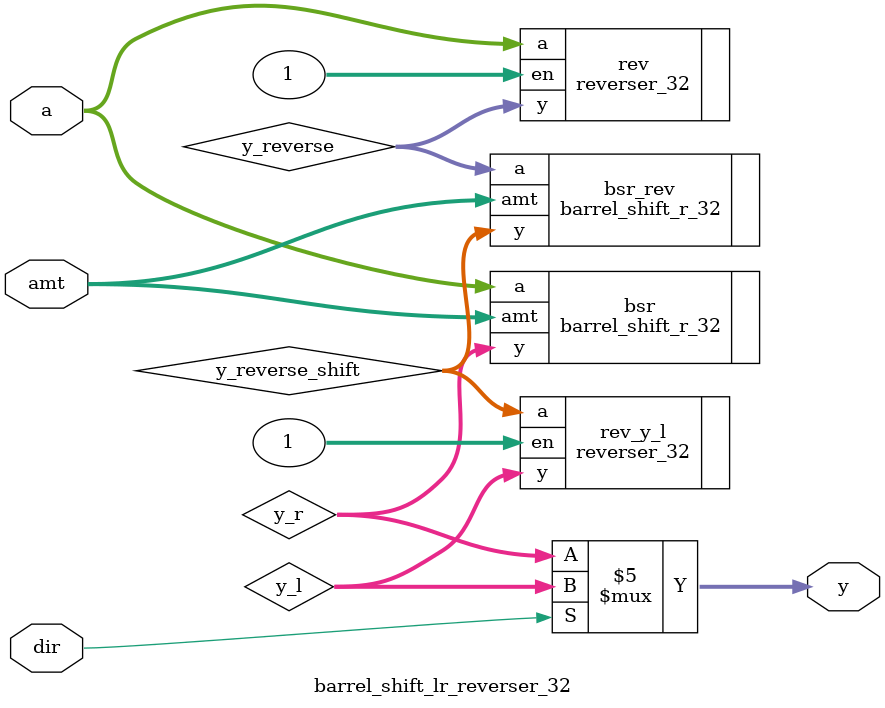
<source format=sv>
`timescale 1ns / 1ps

module barrel_shift_lr_reverser_32(
    input logic [31:0] a,
    input logic dir,
    input logic [4:0] amt,
    output logic [31:0] y
    );
    
    logic [31:0] y_r;
    logic [31:0] y_reverse;
    logic [31:0] y_reverse_shift;
    logic [31:0] y_l;
    
    barrel_shift_r_32 bsr(.a(a), .amt(amt), .y(y_r));
    
    reverser_32 rev(.a(a), .en(1), .y(y_reverse));
    barrel_shift_r_32 bsr_rev(.a(y_reverse), .amt(amt), .y(y_reverse_shift));
    reverser_32 rev_y_l(.a(y_reverse_shift), .en(1), .y(y_l));
    
    always_comb
        if (dir)
            y = y_l;
        else
            y = y_r;
endmodule

</source>
